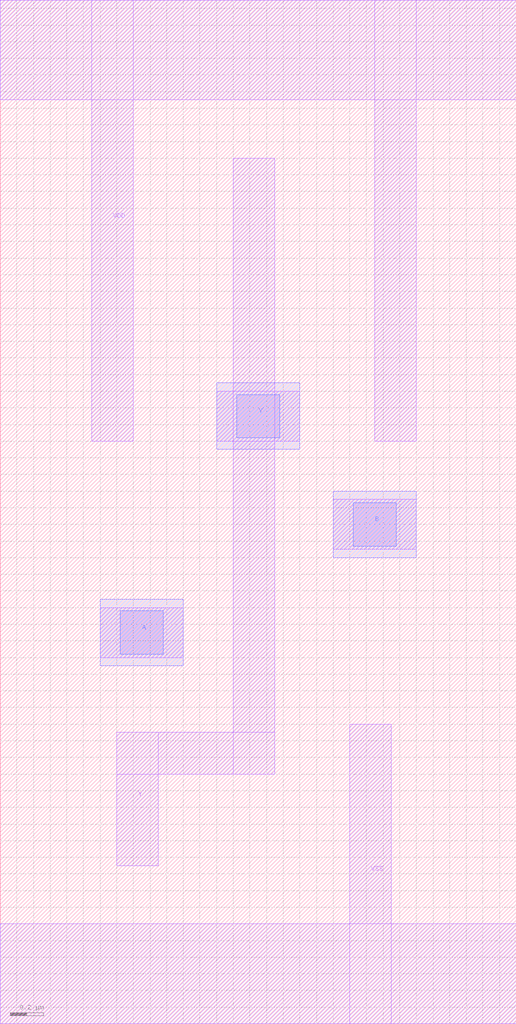
<source format=lef>
# Copyright 2022 Google LLC
# Licensed under the Apache License, Version 2.0 (the "License");
# you may not use this file except in compliance with the License.
# You may obtain a copy of the License at
#
#      http://www.apache.org/licenses/LICENSE-2.0
#
# Unless required by applicable law or agreed to in writing, software
# distributed under the License is distributed on an "AS IS" BASIS,
# WITHOUT WARRANTIES OR CONDITIONS OF ANY KIND, either express or implied.
# See the License for the specific language governing permissions and
# limitations under the License.
VERSION 5.7 ;
BUSBITCHARS "[]" ;
DIVIDERCHAR "/" ;

MACRO gf180mcu_osu_sc_9T_nand2_1
  CLASS CORE ;
  ORIGIN 0 0 ;
  FOREIGN gf180mcu_osu_sc_9T_nand2_1 0 0 ;
  SIZE 3.1 BY 6.15 ;
  SYMMETRY X Y ;
  SITE GF180_3p3_12t ;
  PIN VDD
    DIRECTION INOUT ;
    USE POWER ;
    SHAPE ABUTMENT ;
    PORT
      LAYER MET1 ;
        RECT 0 5.55 3.1 6.15 ;
        RECT 2.25 3.5 2.5 6.15 ;
        RECT 0.55 3.5 0.8 6.15 ;
    END
  END VDD
  PIN VSS
    DIRECTION INOUT ;
    USE GROUND ;
    PORT
      LAYER MET1 ;
        RECT 0 0 3.1 0.6 ;
        RECT 2.1 0 2.35 1.8 ;
    END
  END VSS
  PIN A
    DIRECTION INPUT ;
    USE SIGNAL ;
    PORT
      LAYER MET1 ;
        RECT 0.6 2.2 1.1 2.5 ;
      LAYER MET2 ;
        RECT 0.6 2.15 1.1 2.55 ;
      LAYER VIA12 ;
        RECT 0.72 2.22 0.98 2.48 ;
    END
  END A
  PIN B
    DIRECTION INPUT ;
    USE SIGNAL ;
    PORT
      LAYER MET1 ;
        RECT 2 2.85 2.5 3.15 ;
      LAYER MET2 ;
        RECT 2 2.8 2.5 3.2 ;
      LAYER VIA12 ;
        RECT 2.12 2.87 2.38 3.13 ;
    END
  END B
  PIN Y
    DIRECTION OUTPUT ;
    USE SIGNAL ;
    PORT
      LAYER MET1 ;
        RECT 1.3 3.5 1.8 3.8 ;
        RECT 1.4 1.5 1.65 5.2 ;
        RECT 0.7 1.5 1.65 1.75 ;
        RECT 0.7 0.95 0.95 1.75 ;
      LAYER MET2 ;
        RECT 1.3 3.45 1.8 3.85 ;
      LAYER VIA12 ;
        RECT 1.42 3.52 1.68 3.78 ;
    END
  END Y
END gf180mcu_osu_sc_9T_nand2_1

</source>
